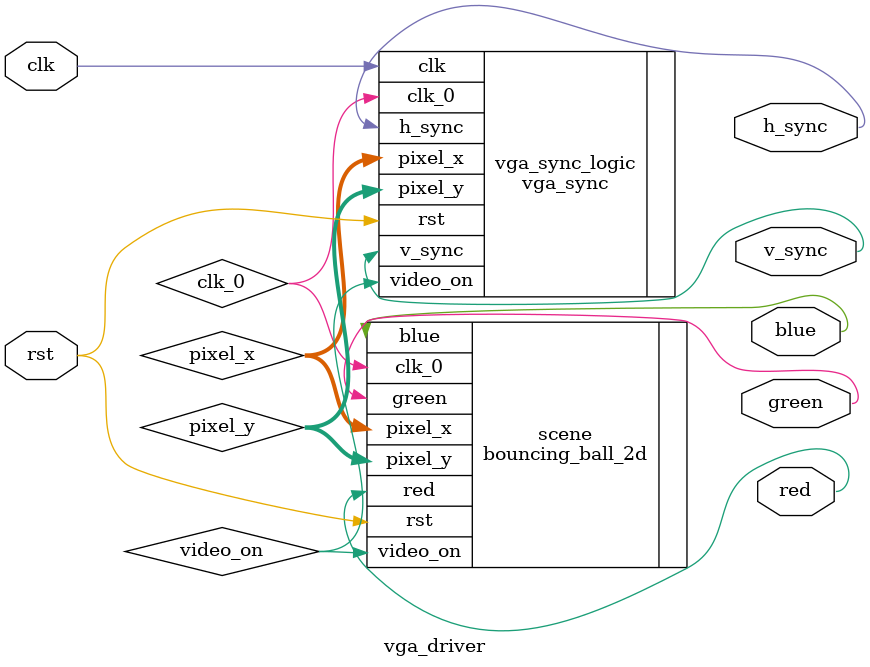
<source format=v>
module vga_driver (
    input clk,              // 50MHz clock
    input rst,              // Reset button

    output h_sync,          // Horizontal sync pulse
    output v_sync,          // Vertical sync pulse

    output red,             // Pixel red value (single bit, 0v or 0.7v)
    output green,           // Pixel green value (single bit, 0v or 0.7v)
    output blue             // Pixel blue value (single bit, 0v or 0.7v)
    );

    wire clk_0;             // Intermediate wire to connect 25.175MHz clock between modules

    wire [9:0] pixel_x;     // Horizontal pixel coordinate (from 0)
    wire [9:0] pixel_y;     // Vertical pixel coordinate (from 0)

    wire video_on;          // Whether or not we are in the active video region

    vga_sync vga_sync_logic (
        .clk(clk),
        .rst(rst),
        .clk_0(clk_0),
        .h_sync(h_sync),
        .v_sync(v_sync),
        .pixel_x(pixel_x),
        .pixel_y(pixel_y),
        .video_on(video_on)
    );

    bouncing_ball_2d scene (
        .clk_0(clk_0),
        .rst(rst),
        .pixel_x(pixel_x),
        .pixel_y(pixel_y),
        .video_on(video_on),
        .red(red),
        .green(green),
        .blue(blue)
    );

endmodule
</source>
